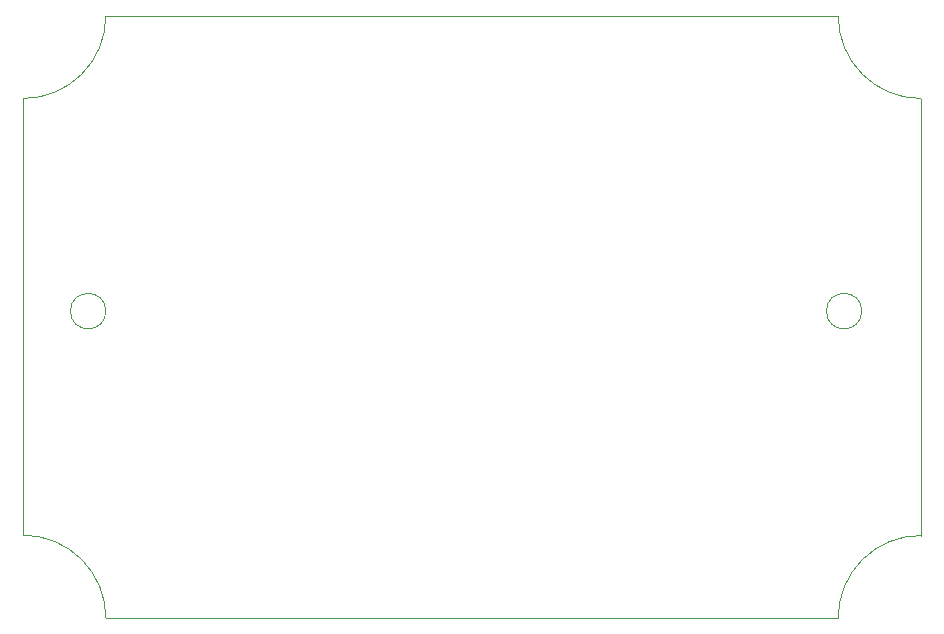
<source format=gbr>
G04 #@! TF.GenerationSoftware,KiCad,Pcbnew,5.1.5+dfsg1-2build2*
G04 #@! TF.CreationDate,2020-11-28T21:48:10+03:00*
G04 #@! TF.ProjectId,NRF_SENDER,4e52465f-5345-44e4-9445-522e6b696361,rev?*
G04 #@! TF.SameCoordinates,Original*
G04 #@! TF.FileFunction,Profile,NP*
%FSLAX46Y46*%
G04 Gerber Fmt 4.6, Leading zero omitted, Abs format (unit mm)*
G04 Created by KiCad (PCBNEW 5.1.5+dfsg1-2build2) date 2020-11-28 21:48:10*
%MOMM*%
%LPD*%
G04 APERTURE LIST*
%ADD10C,0.120000*%
G04 APERTURE END LIST*
D10*
X125140000Y-67740000D02*
G75*
G03X125140000Y-67740000I-1500000J0D01*
G01*
X61140000Y-67740000D02*
G75*
G03X61140000Y-67740000I-1500000J0D01*
G01*
X130140000Y-86740000D02*
X130140000Y-49740000D01*
X61140000Y-93740000D02*
X123140000Y-93740000D01*
X54140000Y-49740000D02*
X54140000Y-86709936D01*
X61140000Y-42740000D02*
X123140000Y-42740000D01*
X61140000Y-42740000D02*
G75*
G02X54140000Y-49740000I-7000000J0D01*
G01*
X130140000Y-49740000D02*
G75*
G02X123140000Y-42740000I0J7000000D01*
G01*
X54140000Y-86709936D02*
G75*
G02X61140000Y-93740000I0J-7000064D01*
G01*
X123140000Y-93740000D02*
G75*
G02X130140000Y-86740000I6970000J30000D01*
G01*
M02*

</source>
